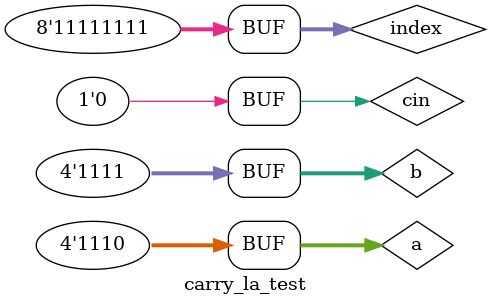
<source format=v>
`timescale 1ns / 1ps


module carry_la_test;

	// Inputs
	reg [3:0] a;
	reg [3:0] b;
	reg cin;
	reg [7:0] index;
	// Outputs
	wire [3:0] s;
	wire cout;
	wire [2:0] carry;

	// Instantiate the Unit Under Test (UUT)
	adder uut (
		.s(s), 
		.cout(cout),
		.carry(carry),	
		.a(a), 
		.b(b), 
		.cin(cin)
	);

	initial begin
		// Initialize Inputs
		a = 0;
		b = 0;
		cin = 0;

		// Wait 100 ns for global reset to finish
		#100;
      for (index=1;index<255;index=index+1) begin
			a[3:0]=index[3:0];
			b[3:0]=index[7:4];
			cin = index[0];
			#50;
			end
		// Add stimulus here

	end
      
endmodule


</source>
